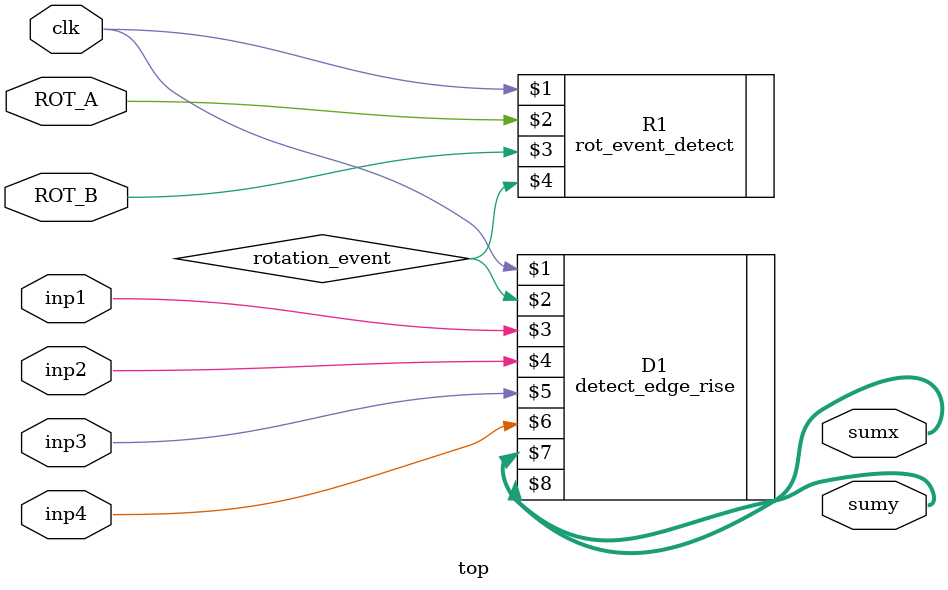
<source format=v>
`timescale 1ns / 1ps
module top(clk,ROT_A,ROT_B,inp1,inp2,inp3,inp4,sumx,sumy);
	input clk,ROT_A,ROT_B,inp1,inp2,inp3,inp4;
	output [4:0]sumx;
	output [4:0]sumy;
	wire [4:0]sumx;
	wire [4:0]sumy;
	
	rot_event_detect R1(clk,ROT_A,ROT_B,rotation_event);
	detect_edge_rise D1(clk,rotation_event,inp1,inp2,inp3,inp4,sumx,sumy);

endmodule

</source>
